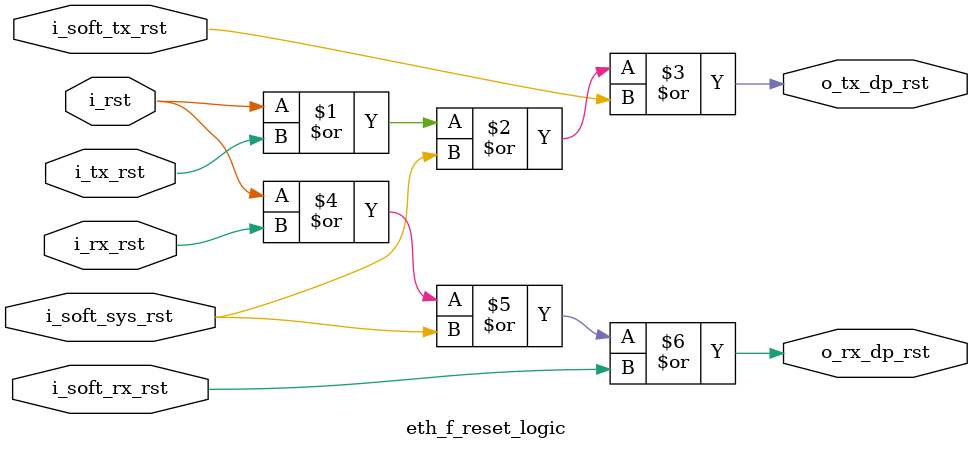
<source format=sv>


/*************************************************************************************************************
eth_f_reset_controller.sv
 
Function :  
combines hard resets and soft resets
 
// All resets in this module are active high
**************************************************************************************************************/
// synthesis translate_off
`timescale 1ns / 1ps
// synthesis translate_on

module eth_f_reset_logic
#(	
	parameter NUM_CHANNELS = 1,
	parameter SIM_EMULATE = 1
)
(
    // User hard Reset signals
    input wire 			   i_rst, // User reset (~i_rst_n) Resets Transcivers, EHIP
    input wire 			   i_tx_rst, // User reset (~i_tx_rst_n) Resets EHIP TX
    input wire 			   i_rx_rst, // User reset (~i_rx_rst_n) Resets EHIP RX
    
    // Soft CSR reset signals
    input wire 			   i_soft_tx_rst, 
    input wire 			   i_soft_rx_rst,
    input wire 			   i_soft_sys_rst, 

    // Output
    output wire        o_tx_dp_rst, // Reset TX datapath 
    output wire        o_rx_dp_rst // Reset RX datapath    
     
);
   
assign o_tx_dp_rst    = i_rst | i_tx_rst | i_soft_sys_rst | i_soft_tx_rst;
assign o_rx_dp_rst    = i_rst | i_rx_rst | i_soft_sys_rst | i_soft_rx_rst;

endmodule
`ifdef QUESTA_INTEL_OEM
`pragma questa_oem_00 "Jbn39HeDxGqNcYGZOx4Z9ucCs2oEh/b8uMkRaNvB5DRjzJrJYrpJKWFCISE85ii6tH9zuuCEo6X0af6OauTQ+Ozwk1tsZmSo/aK9UOYVqiI4L0mMLnnDyFPJBEUN+znp6d+oie84TxrwJugN/66eG6ek4cTulks0EXWtTfhwKcotsw0Xz4/SS3GVym/4tne0z9smydSL74/eJ6ocrXzqMjpfEjy1qL7mzZl6AEz+onppvGv1cyF3UhET0ECOrTTiX/JcTW0e1aIBBbcHiWSA+93toGzBFJ8IE3FZQeRjpLDTKEVy+uI5I6JJrb55vewsj9pxHAQKs35HFFKvQFsLCaf2H0CXm2PHRG14bFAgEjmy21ioYZR/fPuQSii+iI3Nqih8F6IV3xlSWhVVhTPJZEhjXz89zWFIRJqyylx0PNi4woT7mNz+mt8F/KWMYYaGfFIMkX/DrbNEKOrDhODnef1Ky9Z5oUijDdlPwPaxwkJWQ+QKPSvM8IxdLicNmTlGteBXe9NAu2pBwTqjj0W60IrzG2tAA34kAN2RWold4XDfz+0s5EtSiMDrRThXr8owzEARbjSAjHlDZG6VHARnXQPtjj3oB3Afi5pPF92EfR4rACzhWsys01xL+ySSWZOmc7JyX90gEajfQZ5FYkpSRmJSpy2e/bMbB61QknJEhVALI5x9q5iuFcbz74wVShPQeTEmAKOdl07kKTEXr5kyXF7QPXLXngXQvfPKvCUjKquBwG0vSauS6FeB8duxwoGxTogMaTTAGu+QO6YogNZ+L6WEqgkNjLKgyfdoLk/oOw5FGVmMQ4wif9z8ZAlQFaoFoOejVfHZuAR7bTKUv1wLCmYHrMVmPa9hqKxYv2JgKbci5p0cuSoQ2rXU8VxsXz46SDLUC54N7MFx/ix3NW7aSPL7Is8fkjlEUDh+TZrRD4MMc2Z6wflYPIQeS6u5pmam3/SPYhuphhEZs1KMXiFQGPD3PSVTpp1xz8ahCAIxu2XJub6ijIuqmy5i62AydXvw"
`endif
</source>
